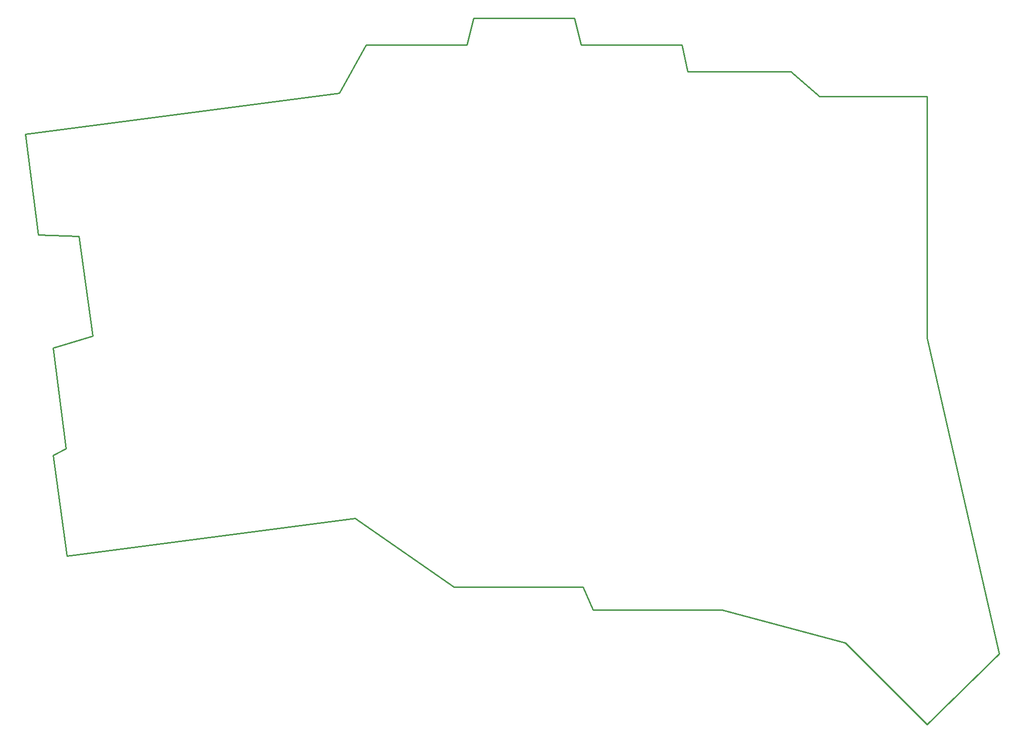
<source format=gko>
G04 Layer: BoardOutlineLayer*
G04 EasyEDA v6.5.23, 2023-04-24 17:17:17*
G04 23e7ac7152a545cbaba16701c0d6254d,351801b383604bb389f78a6fc88bd684,10*
G04 Gerber Generator version 0.2*
G04 Scale: 100 percent, Rotated: No, Reflected: No *
G04 Dimensions in inches *
G04 leading zeros omitted , absolute positions ,3 integer and 6 decimal *
%FSLAX36Y36*%
%MOIN*%

%ADD10C,0.0100*%
D10*
X-3956250Y1025625D02*
G01*
X-3056250Y1025625D01*
X-2988750Y868125D01*
X-2088750Y868125D01*
X-1226250Y635625D01*
X-656250Y65625D01*
X-153750Y560625D01*
X-656250Y2765625D01*
X-656250Y4453125D01*
X-1406250Y4453125D01*
X-1406250Y4453125D02*
G01*
X-1608750Y4625625D01*
X-2328750Y4625625D01*
X-2366250Y4813125D01*
X-3071250Y4813125D01*
X-3116250Y5000625D01*
X-3821250Y5000625D01*
X-3866250Y4813125D01*
X-4571250Y4813125D01*
X-4758750Y4475625D01*
X-6948750Y4190625D01*
X-6948750Y4190625D02*
G01*
X-6858750Y3485625D01*
X-6573750Y3478125D01*
X-6476250Y2780625D01*
X-6753750Y2698125D01*
X-6663750Y1993125D01*
X-6753750Y1948125D01*
X-6656250Y1243125D01*
X-6656250Y1243125D02*
G01*
X-4646250Y1505625D01*
X-3956250Y1025625D01*

%LPD*%
M02*

</source>
